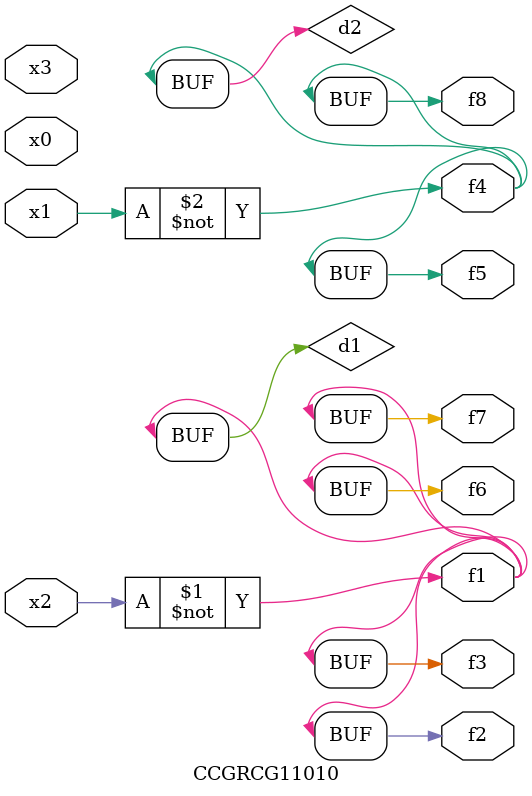
<source format=v>
module CCGRCG11010(
	input x0, x1, x2, x3,
	output f1, f2, f3, f4, f5, f6, f7, f8
);

	wire d1, d2;

	xnor (d1, x2);
	not (d2, x1);
	assign f1 = d1;
	assign f2 = d1;
	assign f3 = d1;
	assign f4 = d2;
	assign f5 = d2;
	assign f6 = d1;
	assign f7 = d1;
	assign f8 = d2;
endmodule

</source>
